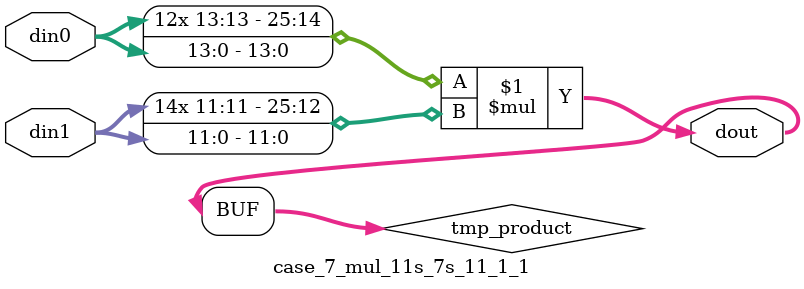
<source format=v>

`timescale 1 ns / 1 ps

 module case_7_mul_11s_7s_11_1_1(din0, din1, dout);
parameter ID = 1;
parameter NUM_STAGE = 0;
parameter din0_WIDTH = 14;
parameter din1_WIDTH = 12;
parameter dout_WIDTH = 26;

input [din0_WIDTH - 1 : 0] din0; 
input [din1_WIDTH - 1 : 0] din1; 
output [dout_WIDTH - 1 : 0] dout;

wire signed [dout_WIDTH - 1 : 0] tmp_product;



























assign tmp_product = $signed(din0) * $signed(din1);








assign dout = tmp_product;





















endmodule

</source>
